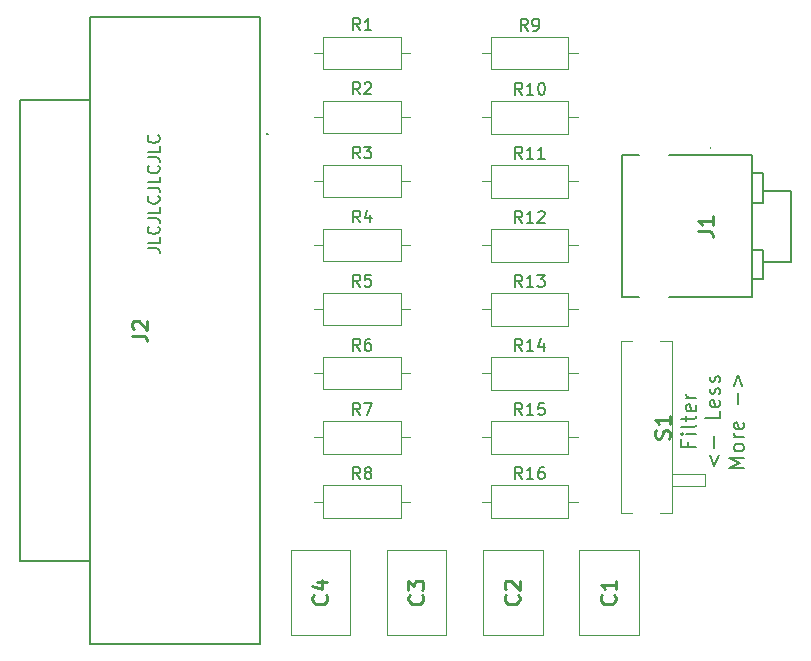
<source format=gbr>
%TF.GenerationSoftware,KiCad,Pcbnew,7.0.10*%
%TF.CreationDate,2024-01-09T13:23:14-06:00*%
%TF.ProjectId,LPT Blaster,4c505420-426c-4617-9374-65722e6b6963,rev?*%
%TF.SameCoordinates,Original*%
%TF.FileFunction,Legend,Top*%
%TF.FilePolarity,Positive*%
%FSLAX46Y46*%
G04 Gerber Fmt 4.6, Leading zero omitted, Abs format (unit mm)*
G04 Created by KiCad (PCBNEW 7.0.10) date 2024-01-09 13:23:14*
%MOMM*%
%LPD*%
G01*
G04 APERTURE LIST*
%ADD10C,0.150000*%
%ADD11C,0.200000*%
%ADD12C,0.254000*%
%ADD13C,0.120000*%
%ADD14C,0.100000*%
G04 APERTURE END LIST*
D10*
X100369819Y-62377506D02*
X101084104Y-62377506D01*
X101084104Y-62377506D02*
X101226961Y-62425125D01*
X101226961Y-62425125D02*
X101322200Y-62520363D01*
X101322200Y-62520363D02*
X101369819Y-62663220D01*
X101369819Y-62663220D02*
X101369819Y-62758458D01*
X101369819Y-61425125D02*
X101369819Y-61901315D01*
X101369819Y-61901315D02*
X100369819Y-61901315D01*
X101274580Y-60520363D02*
X101322200Y-60567982D01*
X101322200Y-60567982D02*
X101369819Y-60710839D01*
X101369819Y-60710839D02*
X101369819Y-60806077D01*
X101369819Y-60806077D02*
X101322200Y-60948934D01*
X101322200Y-60948934D02*
X101226961Y-61044172D01*
X101226961Y-61044172D02*
X101131723Y-61091791D01*
X101131723Y-61091791D02*
X100941247Y-61139410D01*
X100941247Y-61139410D02*
X100798390Y-61139410D01*
X100798390Y-61139410D02*
X100607914Y-61091791D01*
X100607914Y-61091791D02*
X100512676Y-61044172D01*
X100512676Y-61044172D02*
X100417438Y-60948934D01*
X100417438Y-60948934D02*
X100369819Y-60806077D01*
X100369819Y-60806077D02*
X100369819Y-60710839D01*
X100369819Y-60710839D02*
X100417438Y-60567982D01*
X100417438Y-60567982D02*
X100465057Y-60520363D01*
X100369819Y-59806077D02*
X101084104Y-59806077D01*
X101084104Y-59806077D02*
X101226961Y-59853696D01*
X101226961Y-59853696D02*
X101322200Y-59948934D01*
X101322200Y-59948934D02*
X101369819Y-60091791D01*
X101369819Y-60091791D02*
X101369819Y-60187029D01*
X101369819Y-58853696D02*
X101369819Y-59329886D01*
X101369819Y-59329886D02*
X100369819Y-59329886D01*
X101274580Y-57948934D02*
X101322200Y-57996553D01*
X101322200Y-57996553D02*
X101369819Y-58139410D01*
X101369819Y-58139410D02*
X101369819Y-58234648D01*
X101369819Y-58234648D02*
X101322200Y-58377505D01*
X101322200Y-58377505D02*
X101226961Y-58472743D01*
X101226961Y-58472743D02*
X101131723Y-58520362D01*
X101131723Y-58520362D02*
X100941247Y-58567981D01*
X100941247Y-58567981D02*
X100798390Y-58567981D01*
X100798390Y-58567981D02*
X100607914Y-58520362D01*
X100607914Y-58520362D02*
X100512676Y-58472743D01*
X100512676Y-58472743D02*
X100417438Y-58377505D01*
X100417438Y-58377505D02*
X100369819Y-58234648D01*
X100369819Y-58234648D02*
X100369819Y-58139410D01*
X100369819Y-58139410D02*
X100417438Y-57996553D01*
X100417438Y-57996553D02*
X100465057Y-57948934D01*
X100369819Y-57234648D02*
X101084104Y-57234648D01*
X101084104Y-57234648D02*
X101226961Y-57282267D01*
X101226961Y-57282267D02*
X101322200Y-57377505D01*
X101322200Y-57377505D02*
X101369819Y-57520362D01*
X101369819Y-57520362D02*
X101369819Y-57615600D01*
X101369819Y-56282267D02*
X101369819Y-56758457D01*
X101369819Y-56758457D02*
X100369819Y-56758457D01*
X101274580Y-55377505D02*
X101322200Y-55425124D01*
X101322200Y-55425124D02*
X101369819Y-55567981D01*
X101369819Y-55567981D02*
X101369819Y-55663219D01*
X101369819Y-55663219D02*
X101322200Y-55806076D01*
X101322200Y-55806076D02*
X101226961Y-55901314D01*
X101226961Y-55901314D02*
X101131723Y-55948933D01*
X101131723Y-55948933D02*
X100941247Y-55996552D01*
X100941247Y-55996552D02*
X100798390Y-55996552D01*
X100798390Y-55996552D02*
X100607914Y-55948933D01*
X100607914Y-55948933D02*
X100512676Y-55901314D01*
X100512676Y-55901314D02*
X100417438Y-55806076D01*
X100417438Y-55806076D02*
X100369819Y-55663219D01*
X100369819Y-55663219D02*
X100369819Y-55567981D01*
X100369819Y-55567981D02*
X100417438Y-55425124D01*
X100417438Y-55425124D02*
X100465057Y-55377505D01*
X100369819Y-54663219D02*
X101084104Y-54663219D01*
X101084104Y-54663219D02*
X101226961Y-54710838D01*
X101226961Y-54710838D02*
X101322200Y-54806076D01*
X101322200Y-54806076D02*
X101369819Y-54948933D01*
X101369819Y-54948933D02*
X101369819Y-55044171D01*
X101369819Y-53710838D02*
X101369819Y-54187028D01*
X101369819Y-54187028D02*
X100369819Y-54187028D01*
X101274580Y-52806076D02*
X101322200Y-52853695D01*
X101322200Y-52853695D02*
X101369819Y-52996552D01*
X101369819Y-52996552D02*
X101369819Y-53091790D01*
X101369819Y-53091790D02*
X101322200Y-53234647D01*
X101322200Y-53234647D02*
X101226961Y-53329885D01*
X101226961Y-53329885D02*
X101131723Y-53377504D01*
X101131723Y-53377504D02*
X100941247Y-53425123D01*
X100941247Y-53425123D02*
X100798390Y-53425123D01*
X100798390Y-53425123D02*
X100607914Y-53377504D01*
X100607914Y-53377504D02*
X100512676Y-53329885D01*
X100512676Y-53329885D02*
X100417438Y-53234647D01*
X100417438Y-53234647D02*
X100369819Y-53091790D01*
X100369819Y-53091790D02*
X100369819Y-52996552D01*
X100369819Y-52996552D02*
X100417438Y-52853695D01*
X100417438Y-52853695D02*
X100465057Y-52806076D01*
D11*
X146156861Y-78726191D02*
X146156861Y-79142857D01*
X146811623Y-79142857D02*
X145561623Y-79142857D01*
X145561623Y-79142857D02*
X145561623Y-78547619D01*
X146811623Y-78071428D02*
X145978290Y-78071428D01*
X145561623Y-78071428D02*
X145621147Y-78130952D01*
X145621147Y-78130952D02*
X145680671Y-78071428D01*
X145680671Y-78071428D02*
X145621147Y-78011905D01*
X145621147Y-78011905D02*
X145561623Y-78071428D01*
X145561623Y-78071428D02*
X145680671Y-78071428D01*
X146811623Y-77297619D02*
X146752100Y-77416667D01*
X146752100Y-77416667D02*
X146633052Y-77476190D01*
X146633052Y-77476190D02*
X145561623Y-77476190D01*
X145978290Y-77000000D02*
X145978290Y-76523809D01*
X145561623Y-76821428D02*
X146633052Y-76821428D01*
X146633052Y-76821428D02*
X146752100Y-76761905D01*
X146752100Y-76761905D02*
X146811623Y-76642857D01*
X146811623Y-76642857D02*
X146811623Y-76523809D01*
X146752100Y-75630952D02*
X146811623Y-75750000D01*
X146811623Y-75750000D02*
X146811623Y-75988095D01*
X146811623Y-75988095D02*
X146752100Y-76107142D01*
X146752100Y-76107142D02*
X146633052Y-76166666D01*
X146633052Y-76166666D02*
X146156861Y-76166666D01*
X146156861Y-76166666D02*
X146037814Y-76107142D01*
X146037814Y-76107142D02*
X145978290Y-75988095D01*
X145978290Y-75988095D02*
X145978290Y-75750000D01*
X145978290Y-75750000D02*
X146037814Y-75630952D01*
X146037814Y-75630952D02*
X146156861Y-75571428D01*
X146156861Y-75571428D02*
X146275909Y-75571428D01*
X146275909Y-75571428D02*
X146394957Y-76166666D01*
X146811623Y-75035713D02*
X145978290Y-75035713D01*
X146216385Y-75035713D02*
X146097338Y-74976190D01*
X146097338Y-74976190D02*
X146037814Y-74916666D01*
X146037814Y-74916666D02*
X145978290Y-74797618D01*
X145978290Y-74797618D02*
X145978290Y-74678571D01*
X147990790Y-79827381D02*
X148347933Y-80779761D01*
X148347933Y-80779761D02*
X148705076Y-79827381D01*
X148347933Y-79232142D02*
X148347933Y-78279762D01*
X148824123Y-76136904D02*
X148824123Y-76732142D01*
X148824123Y-76732142D02*
X147574123Y-76732142D01*
X148764600Y-75244047D02*
X148824123Y-75363095D01*
X148824123Y-75363095D02*
X148824123Y-75601190D01*
X148824123Y-75601190D02*
X148764600Y-75720237D01*
X148764600Y-75720237D02*
X148645552Y-75779761D01*
X148645552Y-75779761D02*
X148169361Y-75779761D01*
X148169361Y-75779761D02*
X148050314Y-75720237D01*
X148050314Y-75720237D02*
X147990790Y-75601190D01*
X147990790Y-75601190D02*
X147990790Y-75363095D01*
X147990790Y-75363095D02*
X148050314Y-75244047D01*
X148050314Y-75244047D02*
X148169361Y-75184523D01*
X148169361Y-75184523D02*
X148288409Y-75184523D01*
X148288409Y-75184523D02*
X148407457Y-75779761D01*
X148764600Y-74708332D02*
X148824123Y-74589285D01*
X148824123Y-74589285D02*
X148824123Y-74351189D01*
X148824123Y-74351189D02*
X148764600Y-74232142D01*
X148764600Y-74232142D02*
X148645552Y-74172618D01*
X148645552Y-74172618D02*
X148586028Y-74172618D01*
X148586028Y-74172618D02*
X148466980Y-74232142D01*
X148466980Y-74232142D02*
X148407457Y-74351189D01*
X148407457Y-74351189D02*
X148407457Y-74529761D01*
X148407457Y-74529761D02*
X148347933Y-74648808D01*
X148347933Y-74648808D02*
X148228885Y-74708332D01*
X148228885Y-74708332D02*
X148169361Y-74708332D01*
X148169361Y-74708332D02*
X148050314Y-74648808D01*
X148050314Y-74648808D02*
X147990790Y-74529761D01*
X147990790Y-74529761D02*
X147990790Y-74351189D01*
X147990790Y-74351189D02*
X148050314Y-74232142D01*
X148764600Y-73696427D02*
X148824123Y-73577380D01*
X148824123Y-73577380D02*
X148824123Y-73339284D01*
X148824123Y-73339284D02*
X148764600Y-73220237D01*
X148764600Y-73220237D02*
X148645552Y-73160713D01*
X148645552Y-73160713D02*
X148586028Y-73160713D01*
X148586028Y-73160713D02*
X148466980Y-73220237D01*
X148466980Y-73220237D02*
X148407457Y-73339284D01*
X148407457Y-73339284D02*
X148407457Y-73517856D01*
X148407457Y-73517856D02*
X148347933Y-73636903D01*
X148347933Y-73636903D02*
X148228885Y-73696427D01*
X148228885Y-73696427D02*
X148169361Y-73696427D01*
X148169361Y-73696427D02*
X148050314Y-73636903D01*
X148050314Y-73636903D02*
X147990790Y-73517856D01*
X147990790Y-73517856D02*
X147990790Y-73339284D01*
X147990790Y-73339284D02*
X148050314Y-73220237D01*
X150836623Y-80928570D02*
X149586623Y-80928570D01*
X149586623Y-80928570D02*
X150479480Y-80511904D01*
X150479480Y-80511904D02*
X149586623Y-80095237D01*
X149586623Y-80095237D02*
X150836623Y-80095237D01*
X150836623Y-79321428D02*
X150777100Y-79440476D01*
X150777100Y-79440476D02*
X150717576Y-79499999D01*
X150717576Y-79499999D02*
X150598528Y-79559523D01*
X150598528Y-79559523D02*
X150241385Y-79559523D01*
X150241385Y-79559523D02*
X150122338Y-79499999D01*
X150122338Y-79499999D02*
X150062814Y-79440476D01*
X150062814Y-79440476D02*
X150003290Y-79321428D01*
X150003290Y-79321428D02*
X150003290Y-79142857D01*
X150003290Y-79142857D02*
X150062814Y-79023809D01*
X150062814Y-79023809D02*
X150122338Y-78964285D01*
X150122338Y-78964285D02*
X150241385Y-78904761D01*
X150241385Y-78904761D02*
X150598528Y-78904761D01*
X150598528Y-78904761D02*
X150717576Y-78964285D01*
X150717576Y-78964285D02*
X150777100Y-79023809D01*
X150777100Y-79023809D02*
X150836623Y-79142857D01*
X150836623Y-79142857D02*
X150836623Y-79321428D01*
X150836623Y-78369047D02*
X150003290Y-78369047D01*
X150241385Y-78369047D02*
X150122338Y-78309524D01*
X150122338Y-78309524D02*
X150062814Y-78250000D01*
X150062814Y-78250000D02*
X150003290Y-78130952D01*
X150003290Y-78130952D02*
X150003290Y-78011905D01*
X150777100Y-77119047D02*
X150836623Y-77238095D01*
X150836623Y-77238095D02*
X150836623Y-77476190D01*
X150836623Y-77476190D02*
X150777100Y-77595237D01*
X150777100Y-77595237D02*
X150658052Y-77654761D01*
X150658052Y-77654761D02*
X150181861Y-77654761D01*
X150181861Y-77654761D02*
X150062814Y-77595237D01*
X150062814Y-77595237D02*
X150003290Y-77476190D01*
X150003290Y-77476190D02*
X150003290Y-77238095D01*
X150003290Y-77238095D02*
X150062814Y-77119047D01*
X150062814Y-77119047D02*
X150181861Y-77059523D01*
X150181861Y-77059523D02*
X150300909Y-77059523D01*
X150300909Y-77059523D02*
X150419957Y-77654761D01*
X150360433Y-75571427D02*
X150360433Y-74619047D01*
X150003290Y-74023808D02*
X150360433Y-73071428D01*
X150360433Y-73071428D02*
X150717576Y-74023808D01*
D10*
X132077142Y-71041919D02*
X131743809Y-70565728D01*
X131505714Y-71041919D02*
X131505714Y-70041919D01*
X131505714Y-70041919D02*
X131886666Y-70041919D01*
X131886666Y-70041919D02*
X131981904Y-70089538D01*
X131981904Y-70089538D02*
X132029523Y-70137157D01*
X132029523Y-70137157D02*
X132077142Y-70232395D01*
X132077142Y-70232395D02*
X132077142Y-70375252D01*
X132077142Y-70375252D02*
X132029523Y-70470490D01*
X132029523Y-70470490D02*
X131981904Y-70518109D01*
X131981904Y-70518109D02*
X131886666Y-70565728D01*
X131886666Y-70565728D02*
X131505714Y-70565728D01*
X133029523Y-71041919D02*
X132458095Y-71041919D01*
X132743809Y-71041919D02*
X132743809Y-70041919D01*
X132743809Y-70041919D02*
X132648571Y-70184776D01*
X132648571Y-70184776D02*
X132553333Y-70280014D01*
X132553333Y-70280014D02*
X132458095Y-70327633D01*
X133886666Y-70375252D02*
X133886666Y-71041919D01*
X133648571Y-69994300D02*
X133410476Y-70708585D01*
X133410476Y-70708585D02*
X134029523Y-70708585D01*
X118353333Y-54741919D02*
X118020000Y-54265728D01*
X117781905Y-54741919D02*
X117781905Y-53741919D01*
X117781905Y-53741919D02*
X118162857Y-53741919D01*
X118162857Y-53741919D02*
X118258095Y-53789538D01*
X118258095Y-53789538D02*
X118305714Y-53837157D01*
X118305714Y-53837157D02*
X118353333Y-53932395D01*
X118353333Y-53932395D02*
X118353333Y-54075252D01*
X118353333Y-54075252D02*
X118305714Y-54170490D01*
X118305714Y-54170490D02*
X118258095Y-54218109D01*
X118258095Y-54218109D02*
X118162857Y-54265728D01*
X118162857Y-54265728D02*
X117781905Y-54265728D01*
X118686667Y-53741919D02*
X119305714Y-53741919D01*
X119305714Y-53741919D02*
X118972381Y-54122871D01*
X118972381Y-54122871D02*
X119115238Y-54122871D01*
X119115238Y-54122871D02*
X119210476Y-54170490D01*
X119210476Y-54170490D02*
X119258095Y-54218109D01*
X119258095Y-54218109D02*
X119305714Y-54313347D01*
X119305714Y-54313347D02*
X119305714Y-54551442D01*
X119305714Y-54551442D02*
X119258095Y-54646680D01*
X119258095Y-54646680D02*
X119210476Y-54694300D01*
X119210476Y-54694300D02*
X119115238Y-54741919D01*
X119115238Y-54741919D02*
X118829524Y-54741919D01*
X118829524Y-54741919D02*
X118734286Y-54694300D01*
X118734286Y-54694300D02*
X118686667Y-54646680D01*
X132077142Y-76463419D02*
X131743809Y-75987228D01*
X131505714Y-76463419D02*
X131505714Y-75463419D01*
X131505714Y-75463419D02*
X131886666Y-75463419D01*
X131886666Y-75463419D02*
X131981904Y-75511038D01*
X131981904Y-75511038D02*
X132029523Y-75558657D01*
X132029523Y-75558657D02*
X132077142Y-75653895D01*
X132077142Y-75653895D02*
X132077142Y-75796752D01*
X132077142Y-75796752D02*
X132029523Y-75891990D01*
X132029523Y-75891990D02*
X131981904Y-75939609D01*
X131981904Y-75939609D02*
X131886666Y-75987228D01*
X131886666Y-75987228D02*
X131505714Y-75987228D01*
X133029523Y-76463419D02*
X132458095Y-76463419D01*
X132743809Y-76463419D02*
X132743809Y-75463419D01*
X132743809Y-75463419D02*
X132648571Y-75606276D01*
X132648571Y-75606276D02*
X132553333Y-75701514D01*
X132553333Y-75701514D02*
X132458095Y-75749133D01*
X133934285Y-75463419D02*
X133458095Y-75463419D01*
X133458095Y-75463419D02*
X133410476Y-75939609D01*
X133410476Y-75939609D02*
X133458095Y-75891990D01*
X133458095Y-75891990D02*
X133553333Y-75844371D01*
X133553333Y-75844371D02*
X133791428Y-75844371D01*
X133791428Y-75844371D02*
X133886666Y-75891990D01*
X133886666Y-75891990D02*
X133934285Y-75939609D01*
X133934285Y-75939609D02*
X133981904Y-76034847D01*
X133981904Y-76034847D02*
X133981904Y-76272942D01*
X133981904Y-76272942D02*
X133934285Y-76368180D01*
X133934285Y-76368180D02*
X133886666Y-76415800D01*
X133886666Y-76415800D02*
X133791428Y-76463419D01*
X133791428Y-76463419D02*
X133553333Y-76463419D01*
X133553333Y-76463419D02*
X133458095Y-76415800D01*
X133458095Y-76415800D02*
X133410476Y-76368180D01*
X118353333Y-81884819D02*
X118020000Y-81408628D01*
X117781905Y-81884819D02*
X117781905Y-80884819D01*
X117781905Y-80884819D02*
X118162857Y-80884819D01*
X118162857Y-80884819D02*
X118258095Y-80932438D01*
X118258095Y-80932438D02*
X118305714Y-80980057D01*
X118305714Y-80980057D02*
X118353333Y-81075295D01*
X118353333Y-81075295D02*
X118353333Y-81218152D01*
X118353333Y-81218152D02*
X118305714Y-81313390D01*
X118305714Y-81313390D02*
X118258095Y-81361009D01*
X118258095Y-81361009D02*
X118162857Y-81408628D01*
X118162857Y-81408628D02*
X117781905Y-81408628D01*
X118924762Y-81313390D02*
X118829524Y-81265771D01*
X118829524Y-81265771D02*
X118781905Y-81218152D01*
X118781905Y-81218152D02*
X118734286Y-81122914D01*
X118734286Y-81122914D02*
X118734286Y-81075295D01*
X118734286Y-81075295D02*
X118781905Y-80980057D01*
X118781905Y-80980057D02*
X118829524Y-80932438D01*
X118829524Y-80932438D02*
X118924762Y-80884819D01*
X118924762Y-80884819D02*
X119115238Y-80884819D01*
X119115238Y-80884819D02*
X119210476Y-80932438D01*
X119210476Y-80932438D02*
X119258095Y-80980057D01*
X119258095Y-80980057D02*
X119305714Y-81075295D01*
X119305714Y-81075295D02*
X119305714Y-81122914D01*
X119305714Y-81122914D02*
X119258095Y-81218152D01*
X119258095Y-81218152D02*
X119210476Y-81265771D01*
X119210476Y-81265771D02*
X119115238Y-81313390D01*
X119115238Y-81313390D02*
X118924762Y-81313390D01*
X118924762Y-81313390D02*
X118829524Y-81361009D01*
X118829524Y-81361009D02*
X118781905Y-81408628D01*
X118781905Y-81408628D02*
X118734286Y-81503866D01*
X118734286Y-81503866D02*
X118734286Y-81694342D01*
X118734286Y-81694342D02*
X118781905Y-81789580D01*
X118781905Y-81789580D02*
X118829524Y-81837200D01*
X118829524Y-81837200D02*
X118924762Y-81884819D01*
X118924762Y-81884819D02*
X119115238Y-81884819D01*
X119115238Y-81884819D02*
X119210476Y-81837200D01*
X119210476Y-81837200D02*
X119258095Y-81789580D01*
X119258095Y-81789580D02*
X119305714Y-81694342D01*
X119305714Y-81694342D02*
X119305714Y-81503866D01*
X119305714Y-81503866D02*
X119258095Y-81408628D01*
X119258095Y-81408628D02*
X119210476Y-81361009D01*
X119210476Y-81361009D02*
X119115238Y-81313390D01*
X132077142Y-60199119D02*
X131743809Y-59722928D01*
X131505714Y-60199119D02*
X131505714Y-59199119D01*
X131505714Y-59199119D02*
X131886666Y-59199119D01*
X131886666Y-59199119D02*
X131981904Y-59246738D01*
X131981904Y-59246738D02*
X132029523Y-59294357D01*
X132029523Y-59294357D02*
X132077142Y-59389595D01*
X132077142Y-59389595D02*
X132077142Y-59532452D01*
X132077142Y-59532452D02*
X132029523Y-59627690D01*
X132029523Y-59627690D02*
X131981904Y-59675309D01*
X131981904Y-59675309D02*
X131886666Y-59722928D01*
X131886666Y-59722928D02*
X131505714Y-59722928D01*
X133029523Y-60199119D02*
X132458095Y-60199119D01*
X132743809Y-60199119D02*
X132743809Y-59199119D01*
X132743809Y-59199119D02*
X132648571Y-59341976D01*
X132648571Y-59341976D02*
X132553333Y-59437214D01*
X132553333Y-59437214D02*
X132458095Y-59484833D01*
X133410476Y-59294357D02*
X133458095Y-59246738D01*
X133458095Y-59246738D02*
X133553333Y-59199119D01*
X133553333Y-59199119D02*
X133791428Y-59199119D01*
X133791428Y-59199119D02*
X133886666Y-59246738D01*
X133886666Y-59246738D02*
X133934285Y-59294357D01*
X133934285Y-59294357D02*
X133981904Y-59389595D01*
X133981904Y-59389595D02*
X133981904Y-59484833D01*
X133981904Y-59484833D02*
X133934285Y-59627690D01*
X133934285Y-59627690D02*
X133362857Y-60199119D01*
X133362857Y-60199119D02*
X133981904Y-60199119D01*
D12*
X99054318Y-69748332D02*
X99961461Y-69748332D01*
X99961461Y-69748332D02*
X100142889Y-69808809D01*
X100142889Y-69808809D02*
X100263842Y-69929761D01*
X100263842Y-69929761D02*
X100324318Y-70111190D01*
X100324318Y-70111190D02*
X100324318Y-70232142D01*
X99175270Y-69204047D02*
X99114794Y-69143571D01*
X99114794Y-69143571D02*
X99054318Y-69022618D01*
X99054318Y-69022618D02*
X99054318Y-68720237D01*
X99054318Y-68720237D02*
X99114794Y-68599285D01*
X99114794Y-68599285D02*
X99175270Y-68538809D01*
X99175270Y-68538809D02*
X99296222Y-68478332D01*
X99296222Y-68478332D02*
X99417175Y-68478332D01*
X99417175Y-68478332D02*
X99598603Y-68538809D01*
X99598603Y-68538809D02*
X100324318Y-69264523D01*
X100324318Y-69264523D02*
X100324318Y-68478332D01*
X139873365Y-91711666D02*
X139933842Y-91772142D01*
X139933842Y-91772142D02*
X139994318Y-91953571D01*
X139994318Y-91953571D02*
X139994318Y-92074523D01*
X139994318Y-92074523D02*
X139933842Y-92255952D01*
X139933842Y-92255952D02*
X139812889Y-92376904D01*
X139812889Y-92376904D02*
X139691937Y-92437381D01*
X139691937Y-92437381D02*
X139450032Y-92497857D01*
X139450032Y-92497857D02*
X139268603Y-92497857D01*
X139268603Y-92497857D02*
X139026699Y-92437381D01*
X139026699Y-92437381D02*
X138905746Y-92376904D01*
X138905746Y-92376904D02*
X138784794Y-92255952D01*
X138784794Y-92255952D02*
X138724318Y-92074523D01*
X138724318Y-92074523D02*
X138724318Y-91953571D01*
X138724318Y-91953571D02*
X138784794Y-91772142D01*
X138784794Y-91772142D02*
X138845270Y-91711666D01*
X139994318Y-90502142D02*
X139994318Y-91227857D01*
X139994318Y-90865000D02*
X138724318Y-90865000D01*
X138724318Y-90865000D02*
X138905746Y-90985952D01*
X138905746Y-90985952D02*
X139026699Y-91106904D01*
X139026699Y-91106904D02*
X139087175Y-91227857D01*
D10*
X132077142Y-65620519D02*
X131743809Y-65144328D01*
X131505714Y-65620519D02*
X131505714Y-64620519D01*
X131505714Y-64620519D02*
X131886666Y-64620519D01*
X131886666Y-64620519D02*
X131981904Y-64668138D01*
X131981904Y-64668138D02*
X132029523Y-64715757D01*
X132029523Y-64715757D02*
X132077142Y-64810995D01*
X132077142Y-64810995D02*
X132077142Y-64953852D01*
X132077142Y-64953852D02*
X132029523Y-65049090D01*
X132029523Y-65049090D02*
X131981904Y-65096709D01*
X131981904Y-65096709D02*
X131886666Y-65144328D01*
X131886666Y-65144328D02*
X131505714Y-65144328D01*
X133029523Y-65620519D02*
X132458095Y-65620519D01*
X132743809Y-65620519D02*
X132743809Y-64620519D01*
X132743809Y-64620519D02*
X132648571Y-64763376D01*
X132648571Y-64763376D02*
X132553333Y-64858614D01*
X132553333Y-64858614D02*
X132458095Y-64906233D01*
X133362857Y-64620519D02*
X133981904Y-64620519D01*
X133981904Y-64620519D02*
X133648571Y-65001471D01*
X133648571Y-65001471D02*
X133791428Y-65001471D01*
X133791428Y-65001471D02*
X133886666Y-65049090D01*
X133886666Y-65049090D02*
X133934285Y-65096709D01*
X133934285Y-65096709D02*
X133981904Y-65191947D01*
X133981904Y-65191947D02*
X133981904Y-65430042D01*
X133981904Y-65430042D02*
X133934285Y-65525280D01*
X133934285Y-65525280D02*
X133886666Y-65572900D01*
X133886666Y-65572900D02*
X133791428Y-65620519D01*
X133791428Y-65620519D02*
X133505714Y-65620519D01*
X133505714Y-65620519D02*
X133410476Y-65572900D01*
X133410476Y-65572900D02*
X133362857Y-65525280D01*
X118353333Y-49313419D02*
X118020000Y-48837228D01*
X117781905Y-49313419D02*
X117781905Y-48313419D01*
X117781905Y-48313419D02*
X118162857Y-48313419D01*
X118162857Y-48313419D02*
X118258095Y-48361038D01*
X118258095Y-48361038D02*
X118305714Y-48408657D01*
X118305714Y-48408657D02*
X118353333Y-48503895D01*
X118353333Y-48503895D02*
X118353333Y-48646752D01*
X118353333Y-48646752D02*
X118305714Y-48741990D01*
X118305714Y-48741990D02*
X118258095Y-48789609D01*
X118258095Y-48789609D02*
X118162857Y-48837228D01*
X118162857Y-48837228D02*
X117781905Y-48837228D01*
X118734286Y-48408657D02*
X118781905Y-48361038D01*
X118781905Y-48361038D02*
X118877143Y-48313419D01*
X118877143Y-48313419D02*
X119115238Y-48313419D01*
X119115238Y-48313419D02*
X119210476Y-48361038D01*
X119210476Y-48361038D02*
X119258095Y-48408657D01*
X119258095Y-48408657D02*
X119305714Y-48503895D01*
X119305714Y-48503895D02*
X119305714Y-48599133D01*
X119305714Y-48599133D02*
X119258095Y-48741990D01*
X119258095Y-48741990D02*
X118686667Y-49313419D01*
X118686667Y-49313419D02*
X119305714Y-49313419D01*
X132077142Y-81884819D02*
X131743809Y-81408628D01*
X131505714Y-81884819D02*
X131505714Y-80884819D01*
X131505714Y-80884819D02*
X131886666Y-80884819D01*
X131886666Y-80884819D02*
X131981904Y-80932438D01*
X131981904Y-80932438D02*
X132029523Y-80980057D01*
X132029523Y-80980057D02*
X132077142Y-81075295D01*
X132077142Y-81075295D02*
X132077142Y-81218152D01*
X132077142Y-81218152D02*
X132029523Y-81313390D01*
X132029523Y-81313390D02*
X131981904Y-81361009D01*
X131981904Y-81361009D02*
X131886666Y-81408628D01*
X131886666Y-81408628D02*
X131505714Y-81408628D01*
X133029523Y-81884819D02*
X132458095Y-81884819D01*
X132743809Y-81884819D02*
X132743809Y-80884819D01*
X132743809Y-80884819D02*
X132648571Y-81027676D01*
X132648571Y-81027676D02*
X132553333Y-81122914D01*
X132553333Y-81122914D02*
X132458095Y-81170533D01*
X133886666Y-80884819D02*
X133696190Y-80884819D01*
X133696190Y-80884819D02*
X133600952Y-80932438D01*
X133600952Y-80932438D02*
X133553333Y-80980057D01*
X133553333Y-80980057D02*
X133458095Y-81122914D01*
X133458095Y-81122914D02*
X133410476Y-81313390D01*
X133410476Y-81313390D02*
X133410476Y-81694342D01*
X133410476Y-81694342D02*
X133458095Y-81789580D01*
X133458095Y-81789580D02*
X133505714Y-81837200D01*
X133505714Y-81837200D02*
X133600952Y-81884819D01*
X133600952Y-81884819D02*
X133791428Y-81884819D01*
X133791428Y-81884819D02*
X133886666Y-81837200D01*
X133886666Y-81837200D02*
X133934285Y-81789580D01*
X133934285Y-81789580D02*
X133981904Y-81694342D01*
X133981904Y-81694342D02*
X133981904Y-81456247D01*
X133981904Y-81456247D02*
X133934285Y-81361009D01*
X133934285Y-81361009D02*
X133886666Y-81313390D01*
X133886666Y-81313390D02*
X133791428Y-81265771D01*
X133791428Y-81265771D02*
X133600952Y-81265771D01*
X133600952Y-81265771D02*
X133505714Y-81313390D01*
X133505714Y-81313390D02*
X133458095Y-81361009D01*
X133458095Y-81361009D02*
X133410476Y-81456247D01*
D12*
X144513842Y-78467619D02*
X144574318Y-78286190D01*
X144574318Y-78286190D02*
X144574318Y-77983809D01*
X144574318Y-77983809D02*
X144513842Y-77862857D01*
X144513842Y-77862857D02*
X144453365Y-77802381D01*
X144453365Y-77802381D02*
X144332413Y-77741904D01*
X144332413Y-77741904D02*
X144211461Y-77741904D01*
X144211461Y-77741904D02*
X144090508Y-77802381D01*
X144090508Y-77802381D02*
X144030032Y-77862857D01*
X144030032Y-77862857D02*
X143969556Y-77983809D01*
X143969556Y-77983809D02*
X143909080Y-78225714D01*
X143909080Y-78225714D02*
X143848603Y-78346666D01*
X143848603Y-78346666D02*
X143788127Y-78407143D01*
X143788127Y-78407143D02*
X143667175Y-78467619D01*
X143667175Y-78467619D02*
X143546222Y-78467619D01*
X143546222Y-78467619D02*
X143425270Y-78407143D01*
X143425270Y-78407143D02*
X143364794Y-78346666D01*
X143364794Y-78346666D02*
X143304318Y-78225714D01*
X143304318Y-78225714D02*
X143304318Y-77923333D01*
X143304318Y-77923333D02*
X143364794Y-77741904D01*
X144574318Y-76532380D02*
X144574318Y-77258095D01*
X144574318Y-76895238D02*
X143304318Y-76895238D01*
X143304318Y-76895238D02*
X143485746Y-77016190D01*
X143485746Y-77016190D02*
X143606699Y-77137142D01*
X143606699Y-77137142D02*
X143667175Y-77258095D01*
D10*
X118353333Y-65599119D02*
X118020000Y-65122928D01*
X117781905Y-65599119D02*
X117781905Y-64599119D01*
X117781905Y-64599119D02*
X118162857Y-64599119D01*
X118162857Y-64599119D02*
X118258095Y-64646738D01*
X118258095Y-64646738D02*
X118305714Y-64694357D01*
X118305714Y-64694357D02*
X118353333Y-64789595D01*
X118353333Y-64789595D02*
X118353333Y-64932452D01*
X118353333Y-64932452D02*
X118305714Y-65027690D01*
X118305714Y-65027690D02*
X118258095Y-65075309D01*
X118258095Y-65075309D02*
X118162857Y-65122928D01*
X118162857Y-65122928D02*
X117781905Y-65122928D01*
X119258095Y-64599119D02*
X118781905Y-64599119D01*
X118781905Y-64599119D02*
X118734286Y-65075309D01*
X118734286Y-65075309D02*
X118781905Y-65027690D01*
X118781905Y-65027690D02*
X118877143Y-64980071D01*
X118877143Y-64980071D02*
X119115238Y-64980071D01*
X119115238Y-64980071D02*
X119210476Y-65027690D01*
X119210476Y-65027690D02*
X119258095Y-65075309D01*
X119258095Y-65075309D02*
X119305714Y-65170547D01*
X119305714Y-65170547D02*
X119305714Y-65408642D01*
X119305714Y-65408642D02*
X119258095Y-65503880D01*
X119258095Y-65503880D02*
X119210476Y-65551500D01*
X119210476Y-65551500D02*
X119115238Y-65599119D01*
X119115238Y-65599119D02*
X118877143Y-65599119D01*
X118877143Y-65599119D02*
X118781905Y-65551500D01*
X118781905Y-65551500D02*
X118734286Y-65503880D01*
D12*
X146954318Y-60923332D02*
X147861461Y-60923332D01*
X147861461Y-60923332D02*
X148042889Y-60983809D01*
X148042889Y-60983809D02*
X148163842Y-61104761D01*
X148163842Y-61104761D02*
X148224318Y-61286190D01*
X148224318Y-61286190D02*
X148224318Y-61407142D01*
X148224318Y-59653332D02*
X148224318Y-60379047D01*
X148224318Y-60016190D02*
X146954318Y-60016190D01*
X146954318Y-60016190D02*
X147135746Y-60137142D01*
X147135746Y-60137142D02*
X147256699Y-60258094D01*
X147256699Y-60258094D02*
X147317175Y-60379047D01*
D10*
X118353333Y-76456219D02*
X118020000Y-75980028D01*
X117781905Y-76456219D02*
X117781905Y-75456219D01*
X117781905Y-75456219D02*
X118162857Y-75456219D01*
X118162857Y-75456219D02*
X118258095Y-75503838D01*
X118258095Y-75503838D02*
X118305714Y-75551457D01*
X118305714Y-75551457D02*
X118353333Y-75646695D01*
X118353333Y-75646695D02*
X118353333Y-75789552D01*
X118353333Y-75789552D02*
X118305714Y-75884790D01*
X118305714Y-75884790D02*
X118258095Y-75932409D01*
X118258095Y-75932409D02*
X118162857Y-75980028D01*
X118162857Y-75980028D02*
X117781905Y-75980028D01*
X118686667Y-75456219D02*
X119353333Y-75456219D01*
X119353333Y-75456219D02*
X118924762Y-76456219D01*
X132077142Y-49356219D02*
X131743809Y-48880028D01*
X131505714Y-49356219D02*
X131505714Y-48356219D01*
X131505714Y-48356219D02*
X131886666Y-48356219D01*
X131886666Y-48356219D02*
X131981904Y-48403838D01*
X131981904Y-48403838D02*
X132029523Y-48451457D01*
X132029523Y-48451457D02*
X132077142Y-48546695D01*
X132077142Y-48546695D02*
X132077142Y-48689552D01*
X132077142Y-48689552D02*
X132029523Y-48784790D01*
X132029523Y-48784790D02*
X131981904Y-48832409D01*
X131981904Y-48832409D02*
X131886666Y-48880028D01*
X131886666Y-48880028D02*
X131505714Y-48880028D01*
X133029523Y-49356219D02*
X132458095Y-49356219D01*
X132743809Y-49356219D02*
X132743809Y-48356219D01*
X132743809Y-48356219D02*
X132648571Y-48499076D01*
X132648571Y-48499076D02*
X132553333Y-48594314D01*
X132553333Y-48594314D02*
X132458095Y-48641933D01*
X133648571Y-48356219D02*
X133743809Y-48356219D01*
X133743809Y-48356219D02*
X133839047Y-48403838D01*
X133839047Y-48403838D02*
X133886666Y-48451457D01*
X133886666Y-48451457D02*
X133934285Y-48546695D01*
X133934285Y-48546695D02*
X133981904Y-48737171D01*
X133981904Y-48737171D02*
X133981904Y-48975266D01*
X133981904Y-48975266D02*
X133934285Y-49165742D01*
X133934285Y-49165742D02*
X133886666Y-49260980D01*
X133886666Y-49260980D02*
X133839047Y-49308600D01*
X133839047Y-49308600D02*
X133743809Y-49356219D01*
X133743809Y-49356219D02*
X133648571Y-49356219D01*
X133648571Y-49356219D02*
X133553333Y-49308600D01*
X133553333Y-49308600D02*
X133505714Y-49260980D01*
X133505714Y-49260980D02*
X133458095Y-49165742D01*
X133458095Y-49165742D02*
X133410476Y-48975266D01*
X133410476Y-48975266D02*
X133410476Y-48737171D01*
X133410476Y-48737171D02*
X133458095Y-48546695D01*
X133458095Y-48546695D02*
X133505714Y-48451457D01*
X133505714Y-48451457D02*
X133553333Y-48403838D01*
X133553333Y-48403838D02*
X133648571Y-48356219D01*
D12*
X115453365Y-91711666D02*
X115513842Y-91772142D01*
X115513842Y-91772142D02*
X115574318Y-91953571D01*
X115574318Y-91953571D02*
X115574318Y-92074523D01*
X115574318Y-92074523D02*
X115513842Y-92255952D01*
X115513842Y-92255952D02*
X115392889Y-92376904D01*
X115392889Y-92376904D02*
X115271937Y-92437381D01*
X115271937Y-92437381D02*
X115030032Y-92497857D01*
X115030032Y-92497857D02*
X114848603Y-92497857D01*
X114848603Y-92497857D02*
X114606699Y-92437381D01*
X114606699Y-92437381D02*
X114485746Y-92376904D01*
X114485746Y-92376904D02*
X114364794Y-92255952D01*
X114364794Y-92255952D02*
X114304318Y-92074523D01*
X114304318Y-92074523D02*
X114304318Y-91953571D01*
X114304318Y-91953571D02*
X114364794Y-91772142D01*
X114364794Y-91772142D02*
X114425270Y-91711666D01*
X114727651Y-90623095D02*
X115574318Y-90623095D01*
X114243842Y-90925476D02*
X115150984Y-91227857D01*
X115150984Y-91227857D02*
X115150984Y-90441666D01*
X131733365Y-91711666D02*
X131793842Y-91772142D01*
X131793842Y-91772142D02*
X131854318Y-91953571D01*
X131854318Y-91953571D02*
X131854318Y-92074523D01*
X131854318Y-92074523D02*
X131793842Y-92255952D01*
X131793842Y-92255952D02*
X131672889Y-92376904D01*
X131672889Y-92376904D02*
X131551937Y-92437381D01*
X131551937Y-92437381D02*
X131310032Y-92497857D01*
X131310032Y-92497857D02*
X131128603Y-92497857D01*
X131128603Y-92497857D02*
X130886699Y-92437381D01*
X130886699Y-92437381D02*
X130765746Y-92376904D01*
X130765746Y-92376904D02*
X130644794Y-92255952D01*
X130644794Y-92255952D02*
X130584318Y-92074523D01*
X130584318Y-92074523D02*
X130584318Y-91953571D01*
X130584318Y-91953571D02*
X130644794Y-91772142D01*
X130644794Y-91772142D02*
X130705270Y-91711666D01*
X130705270Y-91227857D02*
X130644794Y-91167381D01*
X130644794Y-91167381D02*
X130584318Y-91046428D01*
X130584318Y-91046428D02*
X130584318Y-90744047D01*
X130584318Y-90744047D02*
X130644794Y-90623095D01*
X130644794Y-90623095D02*
X130705270Y-90562619D01*
X130705270Y-90562619D02*
X130826222Y-90502142D01*
X130826222Y-90502142D02*
X130947175Y-90502142D01*
X130947175Y-90502142D02*
X131128603Y-90562619D01*
X131128603Y-90562619D02*
X131854318Y-91288333D01*
X131854318Y-91288333D02*
X131854318Y-90502142D01*
D10*
X118353333Y-43884819D02*
X118020000Y-43408628D01*
X117781905Y-43884819D02*
X117781905Y-42884819D01*
X117781905Y-42884819D02*
X118162857Y-42884819D01*
X118162857Y-42884819D02*
X118258095Y-42932438D01*
X118258095Y-42932438D02*
X118305714Y-42980057D01*
X118305714Y-42980057D02*
X118353333Y-43075295D01*
X118353333Y-43075295D02*
X118353333Y-43218152D01*
X118353333Y-43218152D02*
X118305714Y-43313390D01*
X118305714Y-43313390D02*
X118258095Y-43361009D01*
X118258095Y-43361009D02*
X118162857Y-43408628D01*
X118162857Y-43408628D02*
X117781905Y-43408628D01*
X119305714Y-43884819D02*
X118734286Y-43884819D01*
X119020000Y-43884819D02*
X119020000Y-42884819D01*
X119020000Y-42884819D02*
X118924762Y-43027676D01*
X118924762Y-43027676D02*
X118829524Y-43122914D01*
X118829524Y-43122914D02*
X118734286Y-43170533D01*
D12*
X123593365Y-91711666D02*
X123653842Y-91772142D01*
X123653842Y-91772142D02*
X123714318Y-91953571D01*
X123714318Y-91953571D02*
X123714318Y-92074523D01*
X123714318Y-92074523D02*
X123653842Y-92255952D01*
X123653842Y-92255952D02*
X123532889Y-92376904D01*
X123532889Y-92376904D02*
X123411937Y-92437381D01*
X123411937Y-92437381D02*
X123170032Y-92497857D01*
X123170032Y-92497857D02*
X122988603Y-92497857D01*
X122988603Y-92497857D02*
X122746699Y-92437381D01*
X122746699Y-92437381D02*
X122625746Y-92376904D01*
X122625746Y-92376904D02*
X122504794Y-92255952D01*
X122504794Y-92255952D02*
X122444318Y-92074523D01*
X122444318Y-92074523D02*
X122444318Y-91953571D01*
X122444318Y-91953571D02*
X122504794Y-91772142D01*
X122504794Y-91772142D02*
X122565270Y-91711666D01*
X122444318Y-91288333D02*
X122444318Y-90502142D01*
X122444318Y-90502142D02*
X122928127Y-90925476D01*
X122928127Y-90925476D02*
X122928127Y-90744047D01*
X122928127Y-90744047D02*
X122988603Y-90623095D01*
X122988603Y-90623095D02*
X123049080Y-90562619D01*
X123049080Y-90562619D02*
X123170032Y-90502142D01*
X123170032Y-90502142D02*
X123472413Y-90502142D01*
X123472413Y-90502142D02*
X123593365Y-90562619D01*
X123593365Y-90562619D02*
X123653842Y-90623095D01*
X123653842Y-90623095D02*
X123714318Y-90744047D01*
X123714318Y-90744047D02*
X123714318Y-91106904D01*
X123714318Y-91106904D02*
X123653842Y-91227857D01*
X123653842Y-91227857D02*
X123593365Y-91288333D01*
D10*
X132553333Y-43934819D02*
X132220000Y-43458628D01*
X131981905Y-43934819D02*
X131981905Y-42934819D01*
X131981905Y-42934819D02*
X132362857Y-42934819D01*
X132362857Y-42934819D02*
X132458095Y-42982438D01*
X132458095Y-42982438D02*
X132505714Y-43030057D01*
X132505714Y-43030057D02*
X132553333Y-43125295D01*
X132553333Y-43125295D02*
X132553333Y-43268152D01*
X132553333Y-43268152D02*
X132505714Y-43363390D01*
X132505714Y-43363390D02*
X132458095Y-43411009D01*
X132458095Y-43411009D02*
X132362857Y-43458628D01*
X132362857Y-43458628D02*
X131981905Y-43458628D01*
X133029524Y-43934819D02*
X133220000Y-43934819D01*
X133220000Y-43934819D02*
X133315238Y-43887200D01*
X133315238Y-43887200D02*
X133362857Y-43839580D01*
X133362857Y-43839580D02*
X133458095Y-43696723D01*
X133458095Y-43696723D02*
X133505714Y-43506247D01*
X133505714Y-43506247D02*
X133505714Y-43125295D01*
X133505714Y-43125295D02*
X133458095Y-43030057D01*
X133458095Y-43030057D02*
X133410476Y-42982438D01*
X133410476Y-42982438D02*
X133315238Y-42934819D01*
X133315238Y-42934819D02*
X133124762Y-42934819D01*
X133124762Y-42934819D02*
X133029524Y-42982438D01*
X133029524Y-42982438D02*
X132981905Y-43030057D01*
X132981905Y-43030057D02*
X132934286Y-43125295D01*
X132934286Y-43125295D02*
X132934286Y-43363390D01*
X132934286Y-43363390D02*
X132981905Y-43458628D01*
X132981905Y-43458628D02*
X133029524Y-43506247D01*
X133029524Y-43506247D02*
X133124762Y-43553866D01*
X133124762Y-43553866D02*
X133315238Y-43553866D01*
X133315238Y-43553866D02*
X133410476Y-43506247D01*
X133410476Y-43506247D02*
X133458095Y-43458628D01*
X133458095Y-43458628D02*
X133505714Y-43363390D01*
X132077142Y-54777719D02*
X131743809Y-54301528D01*
X131505714Y-54777719D02*
X131505714Y-53777719D01*
X131505714Y-53777719D02*
X131886666Y-53777719D01*
X131886666Y-53777719D02*
X131981904Y-53825338D01*
X131981904Y-53825338D02*
X132029523Y-53872957D01*
X132029523Y-53872957D02*
X132077142Y-53968195D01*
X132077142Y-53968195D02*
X132077142Y-54111052D01*
X132077142Y-54111052D02*
X132029523Y-54206290D01*
X132029523Y-54206290D02*
X131981904Y-54253909D01*
X131981904Y-54253909D02*
X131886666Y-54301528D01*
X131886666Y-54301528D02*
X131505714Y-54301528D01*
X133029523Y-54777719D02*
X132458095Y-54777719D01*
X132743809Y-54777719D02*
X132743809Y-53777719D01*
X132743809Y-53777719D02*
X132648571Y-53920576D01*
X132648571Y-53920576D02*
X132553333Y-54015814D01*
X132553333Y-54015814D02*
X132458095Y-54063433D01*
X133981904Y-54777719D02*
X133410476Y-54777719D01*
X133696190Y-54777719D02*
X133696190Y-53777719D01*
X133696190Y-53777719D02*
X133600952Y-53920576D01*
X133600952Y-53920576D02*
X133505714Y-54015814D01*
X133505714Y-54015814D02*
X133410476Y-54063433D01*
X118353333Y-60170519D02*
X118020000Y-59694328D01*
X117781905Y-60170519D02*
X117781905Y-59170519D01*
X117781905Y-59170519D02*
X118162857Y-59170519D01*
X118162857Y-59170519D02*
X118258095Y-59218138D01*
X118258095Y-59218138D02*
X118305714Y-59265757D01*
X118305714Y-59265757D02*
X118353333Y-59360995D01*
X118353333Y-59360995D02*
X118353333Y-59503852D01*
X118353333Y-59503852D02*
X118305714Y-59599090D01*
X118305714Y-59599090D02*
X118258095Y-59646709D01*
X118258095Y-59646709D02*
X118162857Y-59694328D01*
X118162857Y-59694328D02*
X117781905Y-59694328D01*
X119210476Y-59503852D02*
X119210476Y-60170519D01*
X118972381Y-59122900D02*
X118734286Y-59837185D01*
X118734286Y-59837185D02*
X119353333Y-59837185D01*
X118353333Y-71027719D02*
X118020000Y-70551528D01*
X117781905Y-71027719D02*
X117781905Y-70027719D01*
X117781905Y-70027719D02*
X118162857Y-70027719D01*
X118162857Y-70027719D02*
X118258095Y-70075338D01*
X118258095Y-70075338D02*
X118305714Y-70122957D01*
X118305714Y-70122957D02*
X118353333Y-70218195D01*
X118353333Y-70218195D02*
X118353333Y-70361052D01*
X118353333Y-70361052D02*
X118305714Y-70456290D01*
X118305714Y-70456290D02*
X118258095Y-70503909D01*
X118258095Y-70503909D02*
X118162857Y-70551528D01*
X118162857Y-70551528D02*
X117781905Y-70551528D01*
X119210476Y-70027719D02*
X119020000Y-70027719D01*
X119020000Y-70027719D02*
X118924762Y-70075338D01*
X118924762Y-70075338D02*
X118877143Y-70122957D01*
X118877143Y-70122957D02*
X118781905Y-70265814D01*
X118781905Y-70265814D02*
X118734286Y-70456290D01*
X118734286Y-70456290D02*
X118734286Y-70837242D01*
X118734286Y-70837242D02*
X118781905Y-70932480D01*
X118781905Y-70932480D02*
X118829524Y-70980100D01*
X118829524Y-70980100D02*
X118924762Y-71027719D01*
X118924762Y-71027719D02*
X119115238Y-71027719D01*
X119115238Y-71027719D02*
X119210476Y-70980100D01*
X119210476Y-70980100D02*
X119258095Y-70932480D01*
X119258095Y-70932480D02*
X119305714Y-70837242D01*
X119305714Y-70837242D02*
X119305714Y-70599147D01*
X119305714Y-70599147D02*
X119258095Y-70503909D01*
X119258095Y-70503909D02*
X119210476Y-70456290D01*
X119210476Y-70456290D02*
X119115238Y-70408671D01*
X119115238Y-70408671D02*
X118924762Y-70408671D01*
X118924762Y-70408671D02*
X118829524Y-70456290D01*
X118829524Y-70456290D02*
X118781905Y-70503909D01*
X118781905Y-70503909D02*
X118734286Y-70599147D01*
D13*
%TO.C,R14*%
X128680000Y-72957100D02*
X129450000Y-72957100D01*
X129450000Y-71587100D02*
X129450000Y-74327100D01*
X129450000Y-74327100D02*
X135990000Y-74327100D01*
X135990000Y-71587100D02*
X129450000Y-71587100D01*
X135990000Y-74327100D02*
X135990000Y-71587100D01*
X136760000Y-72957100D02*
X135990000Y-72957100D01*
%TO.C,R3*%
X114480000Y-56657100D02*
X115250000Y-56657100D01*
X115250000Y-55287100D02*
X115250000Y-58027100D01*
X115250000Y-58027100D02*
X121790000Y-58027100D01*
X121790000Y-55287100D02*
X115250000Y-55287100D01*
X121790000Y-58027100D02*
X121790000Y-55287100D01*
X122560000Y-56657100D02*
X121790000Y-56657100D01*
%TO.C,R15*%
X128680000Y-78378600D02*
X129450000Y-78378600D01*
X129450000Y-77008600D02*
X129450000Y-79748600D01*
X129450000Y-79748600D02*
X135990000Y-79748600D01*
X135990000Y-77008600D02*
X129450000Y-77008600D01*
X135990000Y-79748600D02*
X135990000Y-77008600D01*
X136760000Y-78378600D02*
X135990000Y-78378600D01*
%TO.C,R8*%
X114480000Y-83800000D02*
X115250000Y-83800000D01*
X115250000Y-82430000D02*
X115250000Y-85170000D01*
X115250000Y-85170000D02*
X121790000Y-85170000D01*
X121790000Y-82430000D02*
X115250000Y-82430000D01*
X121790000Y-85170000D02*
X121790000Y-82430000D01*
X122560000Y-83800000D02*
X121790000Y-83800000D01*
%TO.C,R12*%
X128680000Y-62114300D02*
X129450000Y-62114300D01*
X129450000Y-60744300D02*
X129450000Y-63484300D01*
X129450000Y-63484300D02*
X135990000Y-63484300D01*
X135990000Y-60744300D02*
X129450000Y-60744300D01*
X135990000Y-63484300D02*
X135990000Y-60744300D01*
X136760000Y-62114300D02*
X135990000Y-62114300D01*
D11*
%TO.C,J2*%
X110540000Y-52705000D02*
G75*
G03*
X110440000Y-52705000I-50000J0D01*
G01*
X110540000Y-52705000D02*
G75*
G03*
X110440000Y-52705000I-50000J0D01*
G01*
X110440000Y-52705000D02*
G75*
G03*
X110540000Y-52705000I50000J0D01*
G01*
X95500000Y-95870000D02*
X109900000Y-95870000D01*
X109900000Y-95870000D02*
X109900000Y-42780000D01*
X89600000Y-88805000D02*
X89600000Y-49845000D01*
X95500000Y-88805000D02*
X89600000Y-88805000D01*
X110440000Y-52705000D02*
X110440000Y-52705000D01*
X110540000Y-52705000D02*
X110540000Y-52705000D01*
X110540000Y-52705000D02*
X110540000Y-52705000D01*
X89600000Y-49845000D02*
X95500000Y-49845000D01*
X95500000Y-49845000D02*
X95500000Y-88805000D01*
X95500000Y-42780000D02*
X95500000Y-95870000D01*
X109900000Y-42780000D02*
X95500000Y-42780000D01*
D14*
%TO.C,C1*%
X141940000Y-87900000D02*
X141940000Y-95100000D01*
X136900000Y-87900000D02*
X141940000Y-87900000D01*
X141940000Y-95100000D02*
X136900000Y-95100000D01*
X136900000Y-95100000D02*
X136900000Y-87900000D01*
D13*
%TO.C,R13*%
X128680000Y-67535700D02*
X129450000Y-67535700D01*
X129450000Y-66165700D02*
X129450000Y-68905700D01*
X129450000Y-68905700D02*
X135990000Y-68905700D01*
X135990000Y-66165700D02*
X129450000Y-66165700D01*
X135990000Y-68905700D02*
X135990000Y-66165700D01*
X136760000Y-67535700D02*
X135990000Y-67535700D01*
%TO.C,R2*%
X114480000Y-51228600D02*
X115250000Y-51228600D01*
X115250000Y-49858600D02*
X115250000Y-52598600D01*
X115250000Y-52598600D02*
X121790000Y-52598600D01*
X121790000Y-49858600D02*
X115250000Y-49858600D01*
X121790000Y-52598600D02*
X121790000Y-49858600D01*
X122560000Y-51228600D02*
X121790000Y-51228600D01*
%TO.C,R16*%
X128680000Y-83800000D02*
X129450000Y-83800000D01*
X129450000Y-82430000D02*
X129450000Y-85170000D01*
X129450000Y-85170000D02*
X135990000Y-85170000D01*
X135990000Y-82430000D02*
X129450000Y-82430000D01*
X135990000Y-85170000D02*
X135990000Y-82430000D01*
X136760000Y-83800000D02*
X135990000Y-83800000D01*
D14*
%TO.C,S1*%
X140425000Y-84800000D02*
X140425000Y-70200000D01*
X141375000Y-84800000D02*
X140425000Y-84800000D01*
X143775000Y-84800000D02*
X144725000Y-84800000D01*
X144725000Y-84800000D02*
X144725000Y-70200000D01*
X144775000Y-82500000D02*
X147575000Y-82500000D01*
X147575000Y-82500000D02*
X147575000Y-81500000D01*
X147575000Y-81500000D02*
X144725000Y-81500000D01*
X140425000Y-70200000D02*
X141375000Y-70200000D01*
X144725000Y-70200000D02*
X143775000Y-70200000D01*
D13*
%TO.C,R5*%
X114480000Y-67514300D02*
X115250000Y-67514300D01*
X115250000Y-66144300D02*
X115250000Y-68884300D01*
X115250000Y-68884300D02*
X121790000Y-68884300D01*
X121790000Y-66144300D02*
X115250000Y-66144300D01*
X121790000Y-68884300D02*
X121790000Y-66144300D01*
X122560000Y-67514300D02*
X121790000Y-67514300D01*
D14*
%TO.C,J1*%
X148000000Y-53800000D02*
X148000000Y-53800000D01*
X148000000Y-53900000D02*
X148000000Y-53900000D01*
D11*
X151500000Y-54500000D02*
X151500000Y-66500000D01*
X144500000Y-54500000D02*
X151500000Y-54500000D01*
X142000000Y-54500000D02*
X140500000Y-54500000D01*
X140500000Y-54500000D02*
X140500000Y-66500000D01*
X152500000Y-56000000D02*
X152500000Y-58500000D01*
X151500000Y-56000000D02*
X152500000Y-56000000D01*
X154800000Y-57500000D02*
X154800000Y-63500000D01*
X152500000Y-57500000D02*
X154800000Y-57500000D01*
X152500000Y-58500000D02*
X151500000Y-58500000D01*
X152500000Y-62500000D02*
X152500000Y-65000000D01*
X151500000Y-62500000D02*
X152500000Y-62500000D01*
X154800000Y-63500000D02*
X152500000Y-63500000D01*
X152500000Y-65000000D02*
X151500000Y-65000000D01*
X151500000Y-66500000D02*
X144500000Y-66500000D01*
X140500000Y-66500000D02*
X142000000Y-66500000D01*
D14*
X148000000Y-53900000D02*
G75*
G03*
X148000000Y-53800000I0J50000D01*
G01*
X148000000Y-53800000D02*
G75*
G03*
X148000000Y-53900000I0J-50000D01*
G01*
D13*
%TO.C,R7*%
X114480000Y-78371400D02*
X115250000Y-78371400D01*
X115250000Y-77001400D02*
X115250000Y-79741400D01*
X115250000Y-79741400D02*
X121790000Y-79741400D01*
X121790000Y-77001400D02*
X115250000Y-77001400D01*
X121790000Y-79741400D02*
X121790000Y-77001400D01*
X122560000Y-78371400D02*
X121790000Y-78371400D01*
%TO.C,R10*%
X128680000Y-51271400D02*
X129450000Y-51271400D01*
X129450000Y-49901400D02*
X129450000Y-52641400D01*
X129450000Y-52641400D02*
X135990000Y-52641400D01*
X135990000Y-49901400D02*
X129450000Y-49901400D01*
X135990000Y-52641400D02*
X135990000Y-49901400D01*
X136760000Y-51271400D02*
X135990000Y-51271400D01*
D14*
%TO.C,C4*%
X117520000Y-87900000D02*
X117520000Y-95100000D01*
X112480000Y-87900000D02*
X117520000Y-87900000D01*
X117520000Y-95100000D02*
X112480000Y-95100000D01*
X112480000Y-95100000D02*
X112480000Y-87900000D01*
%TO.C,C2*%
X133800000Y-87900000D02*
X133800000Y-95100000D01*
X128760000Y-87900000D02*
X133800000Y-87900000D01*
X133800000Y-95100000D02*
X128760000Y-95100000D01*
X128760000Y-95100000D02*
X128760000Y-87900000D01*
D13*
%TO.C,R1*%
X114480000Y-45800000D02*
X115250000Y-45800000D01*
X115250000Y-44430000D02*
X115250000Y-47170000D01*
X115250000Y-47170000D02*
X121790000Y-47170000D01*
X121790000Y-44430000D02*
X115250000Y-44430000D01*
X121790000Y-47170000D02*
X121790000Y-44430000D01*
X122560000Y-45800000D02*
X121790000Y-45800000D01*
D14*
%TO.C,C3*%
X125660000Y-87900000D02*
X125660000Y-95100000D01*
X120620000Y-87900000D02*
X125660000Y-87900000D01*
X125660000Y-95100000D02*
X120620000Y-95100000D01*
X120620000Y-95100000D02*
X120620000Y-87900000D01*
D13*
%TO.C,R9*%
X128680000Y-45850000D02*
X129450000Y-45850000D01*
X129450000Y-44480000D02*
X129450000Y-47220000D01*
X129450000Y-47220000D02*
X135990000Y-47220000D01*
X135990000Y-44480000D02*
X129450000Y-44480000D01*
X135990000Y-47220000D02*
X135990000Y-44480000D01*
X136760000Y-45850000D02*
X135990000Y-45850000D01*
%TO.C,R11*%
X128680000Y-56692900D02*
X129450000Y-56692900D01*
X129450000Y-55322900D02*
X129450000Y-58062900D01*
X129450000Y-58062900D02*
X135990000Y-58062900D01*
X135990000Y-55322900D02*
X129450000Y-55322900D01*
X135990000Y-58062900D02*
X135990000Y-55322900D01*
X136760000Y-56692900D02*
X135990000Y-56692900D01*
%TO.C,R4*%
X114480000Y-62085700D02*
X115250000Y-62085700D01*
X115250000Y-60715700D02*
X115250000Y-63455700D01*
X115250000Y-63455700D02*
X121790000Y-63455700D01*
X121790000Y-60715700D02*
X115250000Y-60715700D01*
X121790000Y-63455700D02*
X121790000Y-60715700D01*
X122560000Y-62085700D02*
X121790000Y-62085700D01*
%TO.C,R6*%
X114480000Y-72942900D02*
X115250000Y-72942900D01*
X115250000Y-71572900D02*
X115250000Y-74312900D01*
X115250000Y-74312900D02*
X121790000Y-74312900D01*
X121790000Y-71572900D02*
X115250000Y-71572900D01*
X121790000Y-74312900D02*
X121790000Y-71572900D01*
X122560000Y-72942900D02*
X121790000Y-72942900D01*
%TD*%
M02*

</source>
